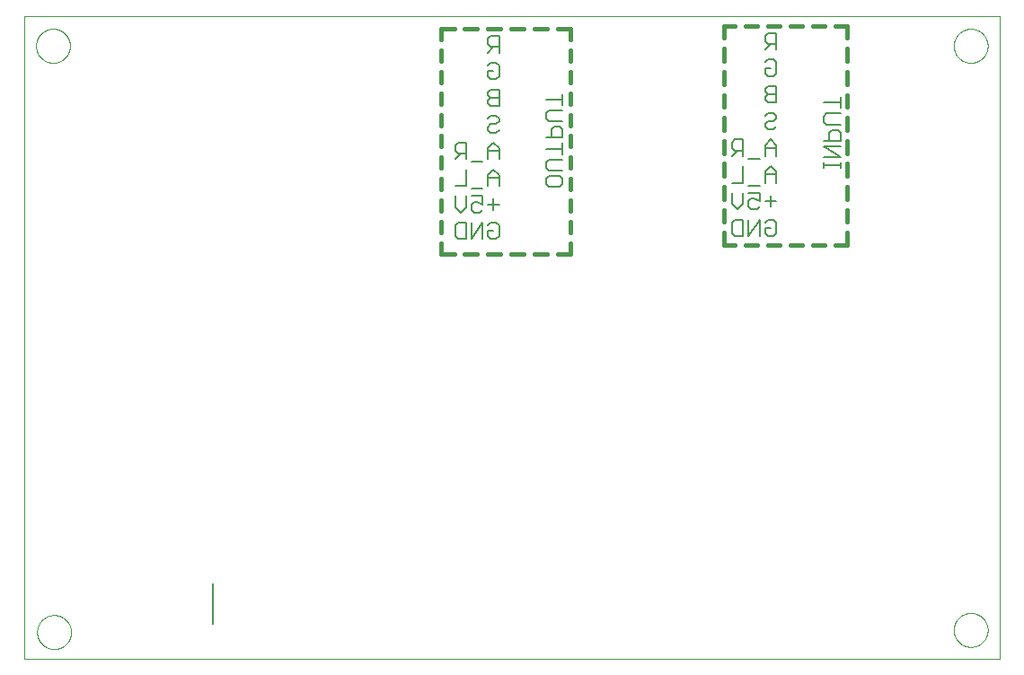
<source format=gbo>
G75*
%MOIN*%
%OFA0B0*%
%FSLAX25Y25*%
%IPPOS*%
%LPD*%
%AMOC8*
5,1,8,0,0,1.08239X$1,22.5*
%
%ADD10C,0.00000*%
%ADD11C,0.00500*%
%ADD12C,0.01600*%
%ADD13C,0.00800*%
D10*
X0001984Y0001866D02*
X0001984Y0240567D01*
X0363992Y0240567D01*
X0363992Y0001866D01*
X0001984Y0001866D01*
X0006709Y0011827D02*
X0006711Y0011985D01*
X0006717Y0012143D01*
X0006727Y0012301D01*
X0006741Y0012459D01*
X0006759Y0012616D01*
X0006780Y0012773D01*
X0006806Y0012929D01*
X0006836Y0013085D01*
X0006869Y0013240D01*
X0006907Y0013393D01*
X0006948Y0013546D01*
X0006993Y0013698D01*
X0007042Y0013849D01*
X0007095Y0013998D01*
X0007151Y0014146D01*
X0007211Y0014292D01*
X0007275Y0014437D01*
X0007343Y0014580D01*
X0007414Y0014722D01*
X0007488Y0014862D01*
X0007566Y0014999D01*
X0007648Y0015135D01*
X0007732Y0015269D01*
X0007821Y0015400D01*
X0007912Y0015529D01*
X0008007Y0015656D01*
X0008104Y0015781D01*
X0008205Y0015903D01*
X0008309Y0016022D01*
X0008416Y0016139D01*
X0008526Y0016253D01*
X0008639Y0016364D01*
X0008754Y0016473D01*
X0008872Y0016578D01*
X0008993Y0016680D01*
X0009116Y0016780D01*
X0009242Y0016876D01*
X0009370Y0016969D01*
X0009500Y0017059D01*
X0009633Y0017145D01*
X0009768Y0017229D01*
X0009904Y0017308D01*
X0010043Y0017385D01*
X0010184Y0017457D01*
X0010326Y0017527D01*
X0010470Y0017592D01*
X0010616Y0017654D01*
X0010763Y0017712D01*
X0010912Y0017767D01*
X0011062Y0017818D01*
X0011213Y0017865D01*
X0011365Y0017908D01*
X0011518Y0017947D01*
X0011673Y0017983D01*
X0011828Y0018014D01*
X0011984Y0018042D01*
X0012140Y0018066D01*
X0012297Y0018086D01*
X0012455Y0018102D01*
X0012612Y0018114D01*
X0012771Y0018122D01*
X0012929Y0018126D01*
X0013087Y0018126D01*
X0013245Y0018122D01*
X0013404Y0018114D01*
X0013561Y0018102D01*
X0013719Y0018086D01*
X0013876Y0018066D01*
X0014032Y0018042D01*
X0014188Y0018014D01*
X0014343Y0017983D01*
X0014498Y0017947D01*
X0014651Y0017908D01*
X0014803Y0017865D01*
X0014954Y0017818D01*
X0015104Y0017767D01*
X0015253Y0017712D01*
X0015400Y0017654D01*
X0015546Y0017592D01*
X0015690Y0017527D01*
X0015832Y0017457D01*
X0015973Y0017385D01*
X0016112Y0017308D01*
X0016248Y0017229D01*
X0016383Y0017145D01*
X0016516Y0017059D01*
X0016646Y0016969D01*
X0016774Y0016876D01*
X0016900Y0016780D01*
X0017023Y0016680D01*
X0017144Y0016578D01*
X0017262Y0016473D01*
X0017377Y0016364D01*
X0017490Y0016253D01*
X0017600Y0016139D01*
X0017707Y0016022D01*
X0017811Y0015903D01*
X0017912Y0015781D01*
X0018009Y0015656D01*
X0018104Y0015529D01*
X0018195Y0015400D01*
X0018284Y0015269D01*
X0018368Y0015135D01*
X0018450Y0014999D01*
X0018528Y0014862D01*
X0018602Y0014722D01*
X0018673Y0014580D01*
X0018741Y0014437D01*
X0018805Y0014292D01*
X0018865Y0014146D01*
X0018921Y0013998D01*
X0018974Y0013849D01*
X0019023Y0013698D01*
X0019068Y0013546D01*
X0019109Y0013393D01*
X0019147Y0013240D01*
X0019180Y0013085D01*
X0019210Y0012929D01*
X0019236Y0012773D01*
X0019257Y0012616D01*
X0019275Y0012459D01*
X0019289Y0012301D01*
X0019299Y0012143D01*
X0019305Y0011985D01*
X0019307Y0011827D01*
X0019305Y0011669D01*
X0019299Y0011511D01*
X0019289Y0011353D01*
X0019275Y0011195D01*
X0019257Y0011038D01*
X0019236Y0010881D01*
X0019210Y0010725D01*
X0019180Y0010569D01*
X0019147Y0010414D01*
X0019109Y0010261D01*
X0019068Y0010108D01*
X0019023Y0009956D01*
X0018974Y0009805D01*
X0018921Y0009656D01*
X0018865Y0009508D01*
X0018805Y0009362D01*
X0018741Y0009217D01*
X0018673Y0009074D01*
X0018602Y0008932D01*
X0018528Y0008792D01*
X0018450Y0008655D01*
X0018368Y0008519D01*
X0018284Y0008385D01*
X0018195Y0008254D01*
X0018104Y0008125D01*
X0018009Y0007998D01*
X0017912Y0007873D01*
X0017811Y0007751D01*
X0017707Y0007632D01*
X0017600Y0007515D01*
X0017490Y0007401D01*
X0017377Y0007290D01*
X0017262Y0007181D01*
X0017144Y0007076D01*
X0017023Y0006974D01*
X0016900Y0006874D01*
X0016774Y0006778D01*
X0016646Y0006685D01*
X0016516Y0006595D01*
X0016383Y0006509D01*
X0016248Y0006425D01*
X0016112Y0006346D01*
X0015973Y0006269D01*
X0015832Y0006197D01*
X0015690Y0006127D01*
X0015546Y0006062D01*
X0015400Y0006000D01*
X0015253Y0005942D01*
X0015104Y0005887D01*
X0014954Y0005836D01*
X0014803Y0005789D01*
X0014651Y0005746D01*
X0014498Y0005707D01*
X0014343Y0005671D01*
X0014188Y0005640D01*
X0014032Y0005612D01*
X0013876Y0005588D01*
X0013719Y0005568D01*
X0013561Y0005552D01*
X0013404Y0005540D01*
X0013245Y0005532D01*
X0013087Y0005528D01*
X0012929Y0005528D01*
X0012771Y0005532D01*
X0012612Y0005540D01*
X0012455Y0005552D01*
X0012297Y0005568D01*
X0012140Y0005588D01*
X0011984Y0005612D01*
X0011828Y0005640D01*
X0011673Y0005671D01*
X0011518Y0005707D01*
X0011365Y0005746D01*
X0011213Y0005789D01*
X0011062Y0005836D01*
X0010912Y0005887D01*
X0010763Y0005942D01*
X0010616Y0006000D01*
X0010470Y0006062D01*
X0010326Y0006127D01*
X0010184Y0006197D01*
X0010043Y0006269D01*
X0009904Y0006346D01*
X0009768Y0006425D01*
X0009633Y0006509D01*
X0009500Y0006595D01*
X0009370Y0006685D01*
X0009242Y0006778D01*
X0009116Y0006874D01*
X0008993Y0006974D01*
X0008872Y0007076D01*
X0008754Y0007181D01*
X0008639Y0007290D01*
X0008526Y0007401D01*
X0008416Y0007515D01*
X0008309Y0007632D01*
X0008205Y0007751D01*
X0008104Y0007873D01*
X0008007Y0007998D01*
X0007912Y0008125D01*
X0007821Y0008254D01*
X0007732Y0008385D01*
X0007648Y0008519D01*
X0007566Y0008655D01*
X0007488Y0008792D01*
X0007414Y0008932D01*
X0007343Y0009074D01*
X0007275Y0009217D01*
X0007211Y0009362D01*
X0007151Y0009508D01*
X0007095Y0009656D01*
X0007042Y0009805D01*
X0006993Y0009956D01*
X0006948Y0010108D01*
X0006907Y0010261D01*
X0006869Y0010414D01*
X0006836Y0010569D01*
X0006806Y0010725D01*
X0006780Y0010881D01*
X0006759Y0011038D01*
X0006741Y0011195D01*
X0006727Y0011353D01*
X0006717Y0011511D01*
X0006711Y0011669D01*
X0006709Y0011827D01*
X0006315Y0229543D02*
X0006317Y0229701D01*
X0006323Y0229859D01*
X0006333Y0230017D01*
X0006347Y0230175D01*
X0006365Y0230332D01*
X0006386Y0230489D01*
X0006412Y0230645D01*
X0006442Y0230801D01*
X0006475Y0230956D01*
X0006513Y0231109D01*
X0006554Y0231262D01*
X0006599Y0231414D01*
X0006648Y0231565D01*
X0006701Y0231714D01*
X0006757Y0231862D01*
X0006817Y0232008D01*
X0006881Y0232153D01*
X0006949Y0232296D01*
X0007020Y0232438D01*
X0007094Y0232578D01*
X0007172Y0232715D01*
X0007254Y0232851D01*
X0007338Y0232985D01*
X0007427Y0233116D01*
X0007518Y0233245D01*
X0007613Y0233372D01*
X0007710Y0233497D01*
X0007811Y0233619D01*
X0007915Y0233738D01*
X0008022Y0233855D01*
X0008132Y0233969D01*
X0008245Y0234080D01*
X0008360Y0234189D01*
X0008478Y0234294D01*
X0008599Y0234396D01*
X0008722Y0234496D01*
X0008848Y0234592D01*
X0008976Y0234685D01*
X0009106Y0234775D01*
X0009239Y0234861D01*
X0009374Y0234945D01*
X0009510Y0235024D01*
X0009649Y0235101D01*
X0009790Y0235173D01*
X0009932Y0235243D01*
X0010076Y0235308D01*
X0010222Y0235370D01*
X0010369Y0235428D01*
X0010518Y0235483D01*
X0010668Y0235534D01*
X0010819Y0235581D01*
X0010971Y0235624D01*
X0011124Y0235663D01*
X0011279Y0235699D01*
X0011434Y0235730D01*
X0011590Y0235758D01*
X0011746Y0235782D01*
X0011903Y0235802D01*
X0012061Y0235818D01*
X0012218Y0235830D01*
X0012377Y0235838D01*
X0012535Y0235842D01*
X0012693Y0235842D01*
X0012851Y0235838D01*
X0013010Y0235830D01*
X0013167Y0235818D01*
X0013325Y0235802D01*
X0013482Y0235782D01*
X0013638Y0235758D01*
X0013794Y0235730D01*
X0013949Y0235699D01*
X0014104Y0235663D01*
X0014257Y0235624D01*
X0014409Y0235581D01*
X0014560Y0235534D01*
X0014710Y0235483D01*
X0014859Y0235428D01*
X0015006Y0235370D01*
X0015152Y0235308D01*
X0015296Y0235243D01*
X0015438Y0235173D01*
X0015579Y0235101D01*
X0015718Y0235024D01*
X0015854Y0234945D01*
X0015989Y0234861D01*
X0016122Y0234775D01*
X0016252Y0234685D01*
X0016380Y0234592D01*
X0016506Y0234496D01*
X0016629Y0234396D01*
X0016750Y0234294D01*
X0016868Y0234189D01*
X0016983Y0234080D01*
X0017096Y0233969D01*
X0017206Y0233855D01*
X0017313Y0233738D01*
X0017417Y0233619D01*
X0017518Y0233497D01*
X0017615Y0233372D01*
X0017710Y0233245D01*
X0017801Y0233116D01*
X0017890Y0232985D01*
X0017974Y0232851D01*
X0018056Y0232715D01*
X0018134Y0232578D01*
X0018208Y0232438D01*
X0018279Y0232296D01*
X0018347Y0232153D01*
X0018411Y0232008D01*
X0018471Y0231862D01*
X0018527Y0231714D01*
X0018580Y0231565D01*
X0018629Y0231414D01*
X0018674Y0231262D01*
X0018715Y0231109D01*
X0018753Y0230956D01*
X0018786Y0230801D01*
X0018816Y0230645D01*
X0018842Y0230489D01*
X0018863Y0230332D01*
X0018881Y0230175D01*
X0018895Y0230017D01*
X0018905Y0229859D01*
X0018911Y0229701D01*
X0018913Y0229543D01*
X0018911Y0229385D01*
X0018905Y0229227D01*
X0018895Y0229069D01*
X0018881Y0228911D01*
X0018863Y0228754D01*
X0018842Y0228597D01*
X0018816Y0228441D01*
X0018786Y0228285D01*
X0018753Y0228130D01*
X0018715Y0227977D01*
X0018674Y0227824D01*
X0018629Y0227672D01*
X0018580Y0227521D01*
X0018527Y0227372D01*
X0018471Y0227224D01*
X0018411Y0227078D01*
X0018347Y0226933D01*
X0018279Y0226790D01*
X0018208Y0226648D01*
X0018134Y0226508D01*
X0018056Y0226371D01*
X0017974Y0226235D01*
X0017890Y0226101D01*
X0017801Y0225970D01*
X0017710Y0225841D01*
X0017615Y0225714D01*
X0017518Y0225589D01*
X0017417Y0225467D01*
X0017313Y0225348D01*
X0017206Y0225231D01*
X0017096Y0225117D01*
X0016983Y0225006D01*
X0016868Y0224897D01*
X0016750Y0224792D01*
X0016629Y0224690D01*
X0016506Y0224590D01*
X0016380Y0224494D01*
X0016252Y0224401D01*
X0016122Y0224311D01*
X0015989Y0224225D01*
X0015854Y0224141D01*
X0015718Y0224062D01*
X0015579Y0223985D01*
X0015438Y0223913D01*
X0015296Y0223843D01*
X0015152Y0223778D01*
X0015006Y0223716D01*
X0014859Y0223658D01*
X0014710Y0223603D01*
X0014560Y0223552D01*
X0014409Y0223505D01*
X0014257Y0223462D01*
X0014104Y0223423D01*
X0013949Y0223387D01*
X0013794Y0223356D01*
X0013638Y0223328D01*
X0013482Y0223304D01*
X0013325Y0223284D01*
X0013167Y0223268D01*
X0013010Y0223256D01*
X0012851Y0223248D01*
X0012693Y0223244D01*
X0012535Y0223244D01*
X0012377Y0223248D01*
X0012218Y0223256D01*
X0012061Y0223268D01*
X0011903Y0223284D01*
X0011746Y0223304D01*
X0011590Y0223328D01*
X0011434Y0223356D01*
X0011279Y0223387D01*
X0011124Y0223423D01*
X0010971Y0223462D01*
X0010819Y0223505D01*
X0010668Y0223552D01*
X0010518Y0223603D01*
X0010369Y0223658D01*
X0010222Y0223716D01*
X0010076Y0223778D01*
X0009932Y0223843D01*
X0009790Y0223913D01*
X0009649Y0223985D01*
X0009510Y0224062D01*
X0009374Y0224141D01*
X0009239Y0224225D01*
X0009106Y0224311D01*
X0008976Y0224401D01*
X0008848Y0224494D01*
X0008722Y0224590D01*
X0008599Y0224690D01*
X0008478Y0224792D01*
X0008360Y0224897D01*
X0008245Y0225006D01*
X0008132Y0225117D01*
X0008022Y0225231D01*
X0007915Y0225348D01*
X0007811Y0225467D01*
X0007710Y0225589D01*
X0007613Y0225714D01*
X0007518Y0225841D01*
X0007427Y0225970D01*
X0007338Y0226101D01*
X0007254Y0226235D01*
X0007172Y0226371D01*
X0007094Y0226508D01*
X0007020Y0226648D01*
X0006949Y0226790D01*
X0006881Y0226933D01*
X0006817Y0227078D01*
X0006757Y0227224D01*
X0006701Y0227372D01*
X0006648Y0227521D01*
X0006599Y0227672D01*
X0006554Y0227824D01*
X0006513Y0227977D01*
X0006475Y0228130D01*
X0006442Y0228285D01*
X0006412Y0228441D01*
X0006386Y0228597D01*
X0006365Y0228754D01*
X0006347Y0228911D01*
X0006333Y0229069D01*
X0006323Y0229227D01*
X0006317Y0229385D01*
X0006315Y0229543D01*
X0346866Y0229543D02*
X0346868Y0229701D01*
X0346874Y0229859D01*
X0346884Y0230017D01*
X0346898Y0230175D01*
X0346916Y0230332D01*
X0346937Y0230489D01*
X0346963Y0230645D01*
X0346993Y0230801D01*
X0347026Y0230956D01*
X0347064Y0231109D01*
X0347105Y0231262D01*
X0347150Y0231414D01*
X0347199Y0231565D01*
X0347252Y0231714D01*
X0347308Y0231862D01*
X0347368Y0232008D01*
X0347432Y0232153D01*
X0347500Y0232296D01*
X0347571Y0232438D01*
X0347645Y0232578D01*
X0347723Y0232715D01*
X0347805Y0232851D01*
X0347889Y0232985D01*
X0347978Y0233116D01*
X0348069Y0233245D01*
X0348164Y0233372D01*
X0348261Y0233497D01*
X0348362Y0233619D01*
X0348466Y0233738D01*
X0348573Y0233855D01*
X0348683Y0233969D01*
X0348796Y0234080D01*
X0348911Y0234189D01*
X0349029Y0234294D01*
X0349150Y0234396D01*
X0349273Y0234496D01*
X0349399Y0234592D01*
X0349527Y0234685D01*
X0349657Y0234775D01*
X0349790Y0234861D01*
X0349925Y0234945D01*
X0350061Y0235024D01*
X0350200Y0235101D01*
X0350341Y0235173D01*
X0350483Y0235243D01*
X0350627Y0235308D01*
X0350773Y0235370D01*
X0350920Y0235428D01*
X0351069Y0235483D01*
X0351219Y0235534D01*
X0351370Y0235581D01*
X0351522Y0235624D01*
X0351675Y0235663D01*
X0351830Y0235699D01*
X0351985Y0235730D01*
X0352141Y0235758D01*
X0352297Y0235782D01*
X0352454Y0235802D01*
X0352612Y0235818D01*
X0352769Y0235830D01*
X0352928Y0235838D01*
X0353086Y0235842D01*
X0353244Y0235842D01*
X0353402Y0235838D01*
X0353561Y0235830D01*
X0353718Y0235818D01*
X0353876Y0235802D01*
X0354033Y0235782D01*
X0354189Y0235758D01*
X0354345Y0235730D01*
X0354500Y0235699D01*
X0354655Y0235663D01*
X0354808Y0235624D01*
X0354960Y0235581D01*
X0355111Y0235534D01*
X0355261Y0235483D01*
X0355410Y0235428D01*
X0355557Y0235370D01*
X0355703Y0235308D01*
X0355847Y0235243D01*
X0355989Y0235173D01*
X0356130Y0235101D01*
X0356269Y0235024D01*
X0356405Y0234945D01*
X0356540Y0234861D01*
X0356673Y0234775D01*
X0356803Y0234685D01*
X0356931Y0234592D01*
X0357057Y0234496D01*
X0357180Y0234396D01*
X0357301Y0234294D01*
X0357419Y0234189D01*
X0357534Y0234080D01*
X0357647Y0233969D01*
X0357757Y0233855D01*
X0357864Y0233738D01*
X0357968Y0233619D01*
X0358069Y0233497D01*
X0358166Y0233372D01*
X0358261Y0233245D01*
X0358352Y0233116D01*
X0358441Y0232985D01*
X0358525Y0232851D01*
X0358607Y0232715D01*
X0358685Y0232578D01*
X0358759Y0232438D01*
X0358830Y0232296D01*
X0358898Y0232153D01*
X0358962Y0232008D01*
X0359022Y0231862D01*
X0359078Y0231714D01*
X0359131Y0231565D01*
X0359180Y0231414D01*
X0359225Y0231262D01*
X0359266Y0231109D01*
X0359304Y0230956D01*
X0359337Y0230801D01*
X0359367Y0230645D01*
X0359393Y0230489D01*
X0359414Y0230332D01*
X0359432Y0230175D01*
X0359446Y0230017D01*
X0359456Y0229859D01*
X0359462Y0229701D01*
X0359464Y0229543D01*
X0359462Y0229385D01*
X0359456Y0229227D01*
X0359446Y0229069D01*
X0359432Y0228911D01*
X0359414Y0228754D01*
X0359393Y0228597D01*
X0359367Y0228441D01*
X0359337Y0228285D01*
X0359304Y0228130D01*
X0359266Y0227977D01*
X0359225Y0227824D01*
X0359180Y0227672D01*
X0359131Y0227521D01*
X0359078Y0227372D01*
X0359022Y0227224D01*
X0358962Y0227078D01*
X0358898Y0226933D01*
X0358830Y0226790D01*
X0358759Y0226648D01*
X0358685Y0226508D01*
X0358607Y0226371D01*
X0358525Y0226235D01*
X0358441Y0226101D01*
X0358352Y0225970D01*
X0358261Y0225841D01*
X0358166Y0225714D01*
X0358069Y0225589D01*
X0357968Y0225467D01*
X0357864Y0225348D01*
X0357757Y0225231D01*
X0357647Y0225117D01*
X0357534Y0225006D01*
X0357419Y0224897D01*
X0357301Y0224792D01*
X0357180Y0224690D01*
X0357057Y0224590D01*
X0356931Y0224494D01*
X0356803Y0224401D01*
X0356673Y0224311D01*
X0356540Y0224225D01*
X0356405Y0224141D01*
X0356269Y0224062D01*
X0356130Y0223985D01*
X0355989Y0223913D01*
X0355847Y0223843D01*
X0355703Y0223778D01*
X0355557Y0223716D01*
X0355410Y0223658D01*
X0355261Y0223603D01*
X0355111Y0223552D01*
X0354960Y0223505D01*
X0354808Y0223462D01*
X0354655Y0223423D01*
X0354500Y0223387D01*
X0354345Y0223356D01*
X0354189Y0223328D01*
X0354033Y0223304D01*
X0353876Y0223284D01*
X0353718Y0223268D01*
X0353561Y0223256D01*
X0353402Y0223248D01*
X0353244Y0223244D01*
X0353086Y0223244D01*
X0352928Y0223248D01*
X0352769Y0223256D01*
X0352612Y0223268D01*
X0352454Y0223284D01*
X0352297Y0223304D01*
X0352141Y0223328D01*
X0351985Y0223356D01*
X0351830Y0223387D01*
X0351675Y0223423D01*
X0351522Y0223462D01*
X0351370Y0223505D01*
X0351219Y0223552D01*
X0351069Y0223603D01*
X0350920Y0223658D01*
X0350773Y0223716D01*
X0350627Y0223778D01*
X0350483Y0223843D01*
X0350341Y0223913D01*
X0350200Y0223985D01*
X0350061Y0224062D01*
X0349925Y0224141D01*
X0349790Y0224225D01*
X0349657Y0224311D01*
X0349527Y0224401D01*
X0349399Y0224494D01*
X0349273Y0224590D01*
X0349150Y0224690D01*
X0349029Y0224792D01*
X0348911Y0224897D01*
X0348796Y0225006D01*
X0348683Y0225117D01*
X0348573Y0225231D01*
X0348466Y0225348D01*
X0348362Y0225467D01*
X0348261Y0225589D01*
X0348164Y0225714D01*
X0348069Y0225841D01*
X0347978Y0225970D01*
X0347889Y0226101D01*
X0347805Y0226235D01*
X0347723Y0226371D01*
X0347645Y0226508D01*
X0347571Y0226648D01*
X0347500Y0226790D01*
X0347432Y0226933D01*
X0347368Y0227078D01*
X0347308Y0227224D01*
X0347252Y0227372D01*
X0347199Y0227521D01*
X0347150Y0227672D01*
X0347105Y0227824D01*
X0347064Y0227977D01*
X0347026Y0228130D01*
X0346993Y0228285D01*
X0346963Y0228441D01*
X0346937Y0228597D01*
X0346916Y0228754D01*
X0346898Y0228911D01*
X0346884Y0229069D01*
X0346874Y0229227D01*
X0346868Y0229385D01*
X0346866Y0229543D01*
X0346866Y0012614D02*
X0346868Y0012772D01*
X0346874Y0012930D01*
X0346884Y0013088D01*
X0346898Y0013246D01*
X0346916Y0013403D01*
X0346937Y0013560D01*
X0346963Y0013716D01*
X0346993Y0013872D01*
X0347026Y0014027D01*
X0347064Y0014180D01*
X0347105Y0014333D01*
X0347150Y0014485D01*
X0347199Y0014636D01*
X0347252Y0014785D01*
X0347308Y0014933D01*
X0347368Y0015079D01*
X0347432Y0015224D01*
X0347500Y0015367D01*
X0347571Y0015509D01*
X0347645Y0015649D01*
X0347723Y0015786D01*
X0347805Y0015922D01*
X0347889Y0016056D01*
X0347978Y0016187D01*
X0348069Y0016316D01*
X0348164Y0016443D01*
X0348261Y0016568D01*
X0348362Y0016690D01*
X0348466Y0016809D01*
X0348573Y0016926D01*
X0348683Y0017040D01*
X0348796Y0017151D01*
X0348911Y0017260D01*
X0349029Y0017365D01*
X0349150Y0017467D01*
X0349273Y0017567D01*
X0349399Y0017663D01*
X0349527Y0017756D01*
X0349657Y0017846D01*
X0349790Y0017932D01*
X0349925Y0018016D01*
X0350061Y0018095D01*
X0350200Y0018172D01*
X0350341Y0018244D01*
X0350483Y0018314D01*
X0350627Y0018379D01*
X0350773Y0018441D01*
X0350920Y0018499D01*
X0351069Y0018554D01*
X0351219Y0018605D01*
X0351370Y0018652D01*
X0351522Y0018695D01*
X0351675Y0018734D01*
X0351830Y0018770D01*
X0351985Y0018801D01*
X0352141Y0018829D01*
X0352297Y0018853D01*
X0352454Y0018873D01*
X0352612Y0018889D01*
X0352769Y0018901D01*
X0352928Y0018909D01*
X0353086Y0018913D01*
X0353244Y0018913D01*
X0353402Y0018909D01*
X0353561Y0018901D01*
X0353718Y0018889D01*
X0353876Y0018873D01*
X0354033Y0018853D01*
X0354189Y0018829D01*
X0354345Y0018801D01*
X0354500Y0018770D01*
X0354655Y0018734D01*
X0354808Y0018695D01*
X0354960Y0018652D01*
X0355111Y0018605D01*
X0355261Y0018554D01*
X0355410Y0018499D01*
X0355557Y0018441D01*
X0355703Y0018379D01*
X0355847Y0018314D01*
X0355989Y0018244D01*
X0356130Y0018172D01*
X0356269Y0018095D01*
X0356405Y0018016D01*
X0356540Y0017932D01*
X0356673Y0017846D01*
X0356803Y0017756D01*
X0356931Y0017663D01*
X0357057Y0017567D01*
X0357180Y0017467D01*
X0357301Y0017365D01*
X0357419Y0017260D01*
X0357534Y0017151D01*
X0357647Y0017040D01*
X0357757Y0016926D01*
X0357864Y0016809D01*
X0357968Y0016690D01*
X0358069Y0016568D01*
X0358166Y0016443D01*
X0358261Y0016316D01*
X0358352Y0016187D01*
X0358441Y0016056D01*
X0358525Y0015922D01*
X0358607Y0015786D01*
X0358685Y0015649D01*
X0358759Y0015509D01*
X0358830Y0015367D01*
X0358898Y0015224D01*
X0358962Y0015079D01*
X0359022Y0014933D01*
X0359078Y0014785D01*
X0359131Y0014636D01*
X0359180Y0014485D01*
X0359225Y0014333D01*
X0359266Y0014180D01*
X0359304Y0014027D01*
X0359337Y0013872D01*
X0359367Y0013716D01*
X0359393Y0013560D01*
X0359414Y0013403D01*
X0359432Y0013246D01*
X0359446Y0013088D01*
X0359456Y0012930D01*
X0359462Y0012772D01*
X0359464Y0012614D01*
X0359462Y0012456D01*
X0359456Y0012298D01*
X0359446Y0012140D01*
X0359432Y0011982D01*
X0359414Y0011825D01*
X0359393Y0011668D01*
X0359367Y0011512D01*
X0359337Y0011356D01*
X0359304Y0011201D01*
X0359266Y0011048D01*
X0359225Y0010895D01*
X0359180Y0010743D01*
X0359131Y0010592D01*
X0359078Y0010443D01*
X0359022Y0010295D01*
X0358962Y0010149D01*
X0358898Y0010004D01*
X0358830Y0009861D01*
X0358759Y0009719D01*
X0358685Y0009579D01*
X0358607Y0009442D01*
X0358525Y0009306D01*
X0358441Y0009172D01*
X0358352Y0009041D01*
X0358261Y0008912D01*
X0358166Y0008785D01*
X0358069Y0008660D01*
X0357968Y0008538D01*
X0357864Y0008419D01*
X0357757Y0008302D01*
X0357647Y0008188D01*
X0357534Y0008077D01*
X0357419Y0007968D01*
X0357301Y0007863D01*
X0357180Y0007761D01*
X0357057Y0007661D01*
X0356931Y0007565D01*
X0356803Y0007472D01*
X0356673Y0007382D01*
X0356540Y0007296D01*
X0356405Y0007212D01*
X0356269Y0007133D01*
X0356130Y0007056D01*
X0355989Y0006984D01*
X0355847Y0006914D01*
X0355703Y0006849D01*
X0355557Y0006787D01*
X0355410Y0006729D01*
X0355261Y0006674D01*
X0355111Y0006623D01*
X0354960Y0006576D01*
X0354808Y0006533D01*
X0354655Y0006494D01*
X0354500Y0006458D01*
X0354345Y0006427D01*
X0354189Y0006399D01*
X0354033Y0006375D01*
X0353876Y0006355D01*
X0353718Y0006339D01*
X0353561Y0006327D01*
X0353402Y0006319D01*
X0353244Y0006315D01*
X0353086Y0006315D01*
X0352928Y0006319D01*
X0352769Y0006327D01*
X0352612Y0006339D01*
X0352454Y0006355D01*
X0352297Y0006375D01*
X0352141Y0006399D01*
X0351985Y0006427D01*
X0351830Y0006458D01*
X0351675Y0006494D01*
X0351522Y0006533D01*
X0351370Y0006576D01*
X0351219Y0006623D01*
X0351069Y0006674D01*
X0350920Y0006729D01*
X0350773Y0006787D01*
X0350627Y0006849D01*
X0350483Y0006914D01*
X0350341Y0006984D01*
X0350200Y0007056D01*
X0350061Y0007133D01*
X0349925Y0007212D01*
X0349790Y0007296D01*
X0349657Y0007382D01*
X0349527Y0007472D01*
X0349399Y0007565D01*
X0349273Y0007661D01*
X0349150Y0007761D01*
X0349029Y0007863D01*
X0348911Y0007968D01*
X0348796Y0008077D01*
X0348683Y0008188D01*
X0348573Y0008302D01*
X0348466Y0008419D01*
X0348362Y0008538D01*
X0348261Y0008660D01*
X0348164Y0008785D01*
X0348069Y0008912D01*
X0347978Y0009041D01*
X0347889Y0009172D01*
X0347805Y0009306D01*
X0347723Y0009442D01*
X0347645Y0009579D01*
X0347571Y0009719D01*
X0347500Y0009861D01*
X0347432Y0010004D01*
X0347368Y0010149D01*
X0347308Y0010295D01*
X0347252Y0010443D01*
X0347199Y0010592D01*
X0347150Y0010743D01*
X0347105Y0010895D01*
X0347064Y0011048D01*
X0347026Y0011201D01*
X0346993Y0011356D01*
X0346963Y0011512D01*
X0346937Y0011668D01*
X0346916Y0011825D01*
X0346898Y0011982D01*
X0346884Y0012140D01*
X0346874Y0012298D01*
X0346868Y0012456D01*
X0346866Y0012614D01*
D11*
X0279851Y0158927D02*
X0277816Y0158927D01*
X0276798Y0159945D01*
X0276798Y0161980D01*
X0278833Y0161980D01*
X0276798Y0164015D02*
X0277816Y0165032D01*
X0279851Y0165032D01*
X0280868Y0164015D01*
X0280868Y0159945D01*
X0279851Y0158927D01*
X0274791Y0158927D02*
X0274791Y0165032D01*
X0270721Y0158927D01*
X0270721Y0165032D01*
X0268714Y0165032D02*
X0265661Y0165032D01*
X0264644Y0164015D01*
X0264644Y0159945D01*
X0265661Y0158927D01*
X0268714Y0158927D01*
X0268714Y0165032D01*
X0266679Y0168827D02*
X0264644Y0170862D01*
X0264644Y0174932D01*
X0264644Y0178727D02*
X0268714Y0178727D01*
X0268714Y0184832D01*
X0270721Y0187610D02*
X0274791Y0187610D01*
X0276798Y0188627D02*
X0276798Y0192697D01*
X0278833Y0194732D01*
X0280868Y0192697D01*
X0280868Y0188627D01*
X0278833Y0184832D02*
X0276798Y0182797D01*
X0276798Y0178727D01*
X0274791Y0177710D02*
X0270721Y0177710D01*
X0270721Y0174932D02*
X0274791Y0174932D01*
X0274791Y0171880D01*
X0272756Y0172897D01*
X0271738Y0172897D01*
X0270721Y0171880D01*
X0270721Y0169845D01*
X0271738Y0168827D01*
X0273773Y0168827D01*
X0274791Y0169845D01*
X0276798Y0171880D02*
X0280868Y0171880D01*
X0278833Y0173915D02*
X0278833Y0169845D01*
X0280868Y0178727D02*
X0280868Y0182797D01*
X0278833Y0184832D01*
X0280868Y0181780D02*
X0276798Y0181780D01*
X0268714Y0174932D02*
X0268714Y0170862D01*
X0266679Y0168827D01*
X0268714Y0188627D02*
X0268714Y0194732D01*
X0265661Y0194732D01*
X0264644Y0193715D01*
X0264644Y0191680D01*
X0265661Y0190662D01*
X0268714Y0190662D01*
X0266679Y0190662D02*
X0264644Y0188627D01*
X0276798Y0191680D02*
X0280868Y0191680D01*
X0279851Y0198527D02*
X0277816Y0198527D01*
X0276798Y0199545D01*
X0276798Y0200562D01*
X0277816Y0201580D01*
X0279851Y0201580D01*
X0280868Y0202597D01*
X0280868Y0203615D01*
X0279851Y0204632D01*
X0277816Y0204632D01*
X0276798Y0203615D01*
X0280868Y0199545D02*
X0279851Y0198527D01*
X0280868Y0208427D02*
X0277816Y0208427D01*
X0276798Y0209445D01*
X0276798Y0210462D01*
X0277816Y0211480D01*
X0280868Y0211480D01*
X0280868Y0214532D02*
X0277816Y0214532D01*
X0276798Y0213515D01*
X0276798Y0212497D01*
X0277816Y0211480D01*
X0280868Y0208427D02*
X0280868Y0214532D01*
X0279851Y0218327D02*
X0277816Y0218327D01*
X0276798Y0219345D01*
X0276798Y0221380D01*
X0278833Y0221380D01*
X0276798Y0223415D02*
X0277816Y0224432D01*
X0279851Y0224432D01*
X0280868Y0223415D01*
X0280868Y0219345D01*
X0279851Y0218327D01*
X0280868Y0228227D02*
X0280868Y0234332D01*
X0277816Y0234332D01*
X0276798Y0233315D01*
X0276798Y0231280D01*
X0277816Y0230262D01*
X0280868Y0230262D01*
X0278833Y0230262D02*
X0276798Y0228227D01*
X0304796Y0210477D02*
X0304796Y0206407D01*
X0304796Y0204400D02*
X0299708Y0204400D01*
X0298691Y0203382D01*
X0298691Y0201347D01*
X0299708Y0200330D01*
X0304796Y0200330D01*
X0303779Y0198323D02*
X0301744Y0198323D01*
X0300726Y0197305D01*
X0300726Y0194253D01*
X0298691Y0194253D02*
X0304796Y0194253D01*
X0304796Y0197305D01*
X0303779Y0198323D01*
X0304796Y0192246D02*
X0298691Y0192246D01*
X0304796Y0188175D01*
X0298691Y0188175D01*
X0298691Y0186159D02*
X0298691Y0184124D01*
X0298691Y0185142D02*
X0304796Y0185142D01*
X0304796Y0186159D02*
X0304796Y0184124D01*
X0304796Y0208442D02*
X0298691Y0208442D01*
X0201739Y0207574D02*
X0201739Y0211645D01*
X0201739Y0209609D02*
X0195634Y0209609D01*
X0196652Y0205567D02*
X0201739Y0205567D01*
X0201739Y0201497D02*
X0196652Y0201497D01*
X0195634Y0202515D01*
X0195634Y0204550D01*
X0196652Y0205567D01*
X0198687Y0199490D02*
X0197669Y0198473D01*
X0197669Y0195420D01*
X0195634Y0195420D02*
X0201739Y0195420D01*
X0201739Y0198473D01*
X0200722Y0199490D01*
X0198687Y0199490D01*
X0201739Y0193413D02*
X0201739Y0189343D01*
X0201739Y0187336D02*
X0196652Y0187336D01*
X0195634Y0186318D01*
X0195634Y0184283D01*
X0196652Y0183266D01*
X0201739Y0183266D01*
X0200722Y0181259D02*
X0201739Y0180241D01*
X0201739Y0178206D01*
X0200722Y0177188D01*
X0196652Y0177188D01*
X0195634Y0178206D01*
X0195634Y0180241D01*
X0196652Y0181259D01*
X0200722Y0181259D01*
X0201739Y0191378D02*
X0195634Y0191378D01*
X0178112Y0191516D02*
X0178112Y0187446D01*
X0178112Y0190499D02*
X0174042Y0190499D01*
X0174042Y0191516D02*
X0174042Y0187446D01*
X0172035Y0186429D02*
X0167965Y0186429D01*
X0165958Y0187446D02*
X0165958Y0193551D01*
X0162905Y0193551D01*
X0161888Y0192534D01*
X0161888Y0190499D01*
X0162905Y0189481D01*
X0165958Y0189481D01*
X0163923Y0189481D02*
X0161888Y0187446D01*
X0165958Y0183651D02*
X0165958Y0177546D01*
X0161888Y0177546D01*
X0167965Y0176529D02*
X0172035Y0176529D01*
X0174042Y0177546D02*
X0174042Y0181616D01*
X0176077Y0183651D01*
X0178112Y0181616D01*
X0178112Y0177546D01*
X0178112Y0180599D02*
X0174042Y0180599D01*
X0172035Y0173751D02*
X0167965Y0173751D01*
X0165958Y0173751D02*
X0165958Y0169681D01*
X0163923Y0167646D01*
X0161888Y0169681D01*
X0161888Y0173751D01*
X0167965Y0170699D02*
X0167965Y0168664D01*
X0168982Y0167646D01*
X0171017Y0167646D01*
X0172035Y0168664D01*
X0172035Y0170699D02*
X0170000Y0171716D01*
X0168982Y0171716D01*
X0167965Y0170699D01*
X0172035Y0170699D02*
X0172035Y0173751D01*
X0174042Y0170699D02*
X0178112Y0170699D01*
X0176077Y0172734D02*
X0176077Y0168664D01*
X0175060Y0163851D02*
X0177095Y0163851D01*
X0178112Y0162834D01*
X0178112Y0158764D01*
X0177095Y0157746D01*
X0175060Y0157746D01*
X0174042Y0158764D01*
X0174042Y0160799D01*
X0176077Y0160799D01*
X0174042Y0162834D02*
X0175060Y0163851D01*
X0172035Y0163851D02*
X0167965Y0157746D01*
X0167965Y0163851D01*
X0165958Y0163851D02*
X0162905Y0163851D01*
X0161888Y0162834D01*
X0161888Y0158764D01*
X0162905Y0157746D01*
X0165958Y0157746D01*
X0165958Y0163851D01*
X0172035Y0163851D02*
X0172035Y0157746D01*
X0174042Y0191516D02*
X0176077Y0193551D01*
X0178112Y0191516D01*
X0177095Y0197346D02*
X0175060Y0197346D01*
X0174042Y0198364D01*
X0174042Y0199381D01*
X0175060Y0200399D01*
X0177095Y0200399D01*
X0178112Y0201416D01*
X0178112Y0202434D01*
X0177095Y0203451D01*
X0175060Y0203451D01*
X0174042Y0202434D01*
X0175060Y0207246D02*
X0178112Y0207246D01*
X0178112Y0213351D01*
X0175060Y0213351D01*
X0174042Y0212334D01*
X0174042Y0211316D01*
X0175060Y0210299D01*
X0178112Y0210299D01*
X0175060Y0210299D02*
X0174042Y0209281D01*
X0174042Y0208264D01*
X0175060Y0207246D01*
X0178112Y0198364D02*
X0177095Y0197346D01*
X0177095Y0217146D02*
X0175060Y0217146D01*
X0174042Y0218164D01*
X0174042Y0220199D01*
X0176077Y0220199D01*
X0174042Y0222234D02*
X0175060Y0223251D01*
X0177095Y0223251D01*
X0178112Y0222234D01*
X0178112Y0218164D01*
X0177095Y0217146D01*
X0178112Y0227046D02*
X0178112Y0233151D01*
X0175060Y0233151D01*
X0174042Y0232134D01*
X0174042Y0230099D01*
X0175060Y0229081D01*
X0178112Y0229081D01*
X0176077Y0229081D02*
X0174042Y0227046D01*
D12*
X0174031Y0235843D02*
X0178756Y0235843D01*
X0182693Y0235843D02*
X0187417Y0235843D01*
X0191354Y0235843D02*
X0196079Y0235843D01*
X0200016Y0235843D02*
X0204740Y0235843D01*
X0204740Y0231834D01*
X0204740Y0227897D02*
X0204740Y0223888D01*
X0204740Y0219951D02*
X0204740Y0215943D01*
X0204740Y0212006D02*
X0204740Y0207997D01*
X0204740Y0204060D02*
X0204740Y0200052D01*
X0204740Y0196115D02*
X0204740Y0192106D01*
X0204740Y0188169D02*
X0204740Y0184160D01*
X0204740Y0180223D02*
X0204740Y0176215D01*
X0204740Y0172278D02*
X0204740Y0168269D01*
X0204740Y0164332D02*
X0204740Y0160324D01*
X0204740Y0156387D02*
X0204740Y0152378D01*
X0200016Y0152378D01*
X0196079Y0152378D02*
X0191354Y0152378D01*
X0187417Y0152378D02*
X0182693Y0152378D01*
X0178756Y0152378D02*
X0174031Y0152378D01*
X0170094Y0152378D02*
X0165370Y0152378D01*
X0161433Y0152378D02*
X0156709Y0152378D01*
X0156709Y0156387D01*
X0156709Y0160324D02*
X0156709Y0164332D01*
X0156709Y0168269D02*
X0156709Y0172278D01*
X0156709Y0176215D02*
X0156709Y0180223D01*
X0156709Y0184160D02*
X0156709Y0188169D01*
X0156709Y0192106D02*
X0156709Y0196115D01*
X0156709Y0200052D02*
X0156709Y0204060D01*
X0156709Y0207997D02*
X0156709Y0212006D01*
X0156709Y0215943D02*
X0156709Y0219951D01*
X0156709Y0223888D02*
X0156709Y0227897D01*
X0156709Y0231834D02*
X0156709Y0235843D01*
X0161433Y0235843D01*
X0165370Y0235843D02*
X0170094Y0235843D01*
X0261433Y0237024D02*
X0261433Y0232417D01*
X0261433Y0228480D02*
X0261433Y0223874D01*
X0261433Y0219937D02*
X0261433Y0215331D01*
X0261433Y0211394D02*
X0261433Y0206787D01*
X0261433Y0202850D02*
X0261433Y0198244D01*
X0261433Y0194307D02*
X0261433Y0189701D01*
X0261433Y0185764D02*
X0261433Y0181157D01*
X0261433Y0177220D02*
X0261433Y0172614D01*
X0261433Y0168677D02*
X0261433Y0164071D01*
X0261433Y0160134D02*
X0261433Y0155528D01*
X0265764Y0155528D01*
X0269701Y0155528D02*
X0274031Y0155528D01*
X0277969Y0155528D02*
X0282299Y0155528D01*
X0286236Y0155528D02*
X0290567Y0155528D01*
X0294504Y0155528D02*
X0298835Y0155528D01*
X0302772Y0155528D02*
X0307102Y0155528D01*
X0307102Y0160134D01*
X0307102Y0164071D02*
X0307102Y0168677D01*
X0307102Y0172614D02*
X0307102Y0177220D01*
X0307102Y0181157D02*
X0307102Y0185764D01*
X0307102Y0189701D02*
X0307102Y0194307D01*
X0307102Y0198244D02*
X0307102Y0202850D01*
X0307102Y0206787D02*
X0307102Y0211394D01*
X0307102Y0215331D02*
X0307102Y0219937D01*
X0307102Y0223874D02*
X0307102Y0228480D01*
X0307102Y0232417D02*
X0307102Y0237024D01*
X0302772Y0237024D01*
X0298835Y0237024D02*
X0294504Y0237024D01*
X0290567Y0237024D02*
X0286236Y0237024D01*
X0282299Y0237024D02*
X0277969Y0237024D01*
X0274031Y0237024D02*
X0269701Y0237024D01*
X0265764Y0237024D02*
X0261433Y0237024D01*
D13*
X0071827Y0029957D02*
X0071827Y0014957D01*
M02*

</source>
